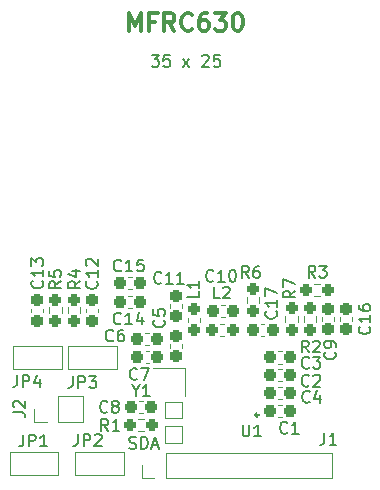
<source format=gto>
G04 #@! TF.GenerationSoftware,KiCad,Pcbnew,7.0.9*
G04 #@! TF.CreationDate,2024-04-03T14:25:17+02:00*
G04 #@! TF.ProjectId,NFC_Programmer,4e46435f-5072-46f6-9772-616d6d65722e,3.0*
G04 #@! TF.SameCoordinates,Original*
G04 #@! TF.FileFunction,Legend,Top*
G04 #@! TF.FilePolarity,Positive*
%FSLAX46Y46*%
G04 Gerber Fmt 4.6, Leading zero omitted, Abs format (unit mm)*
G04 Created by KiCad (PCBNEW 7.0.9) date 2024-04-03 14:25:17*
%MOMM*%
%LPD*%
G01*
G04 APERTURE LIST*
G04 Aperture macros list*
%AMRoundRect*
0 Rectangle with rounded corners*
0 $1 Rounding radius*
0 $2 $3 $4 $5 $6 $7 $8 $9 X,Y pos of 4 corners*
0 Add a 4 corners polygon primitive as box body*
4,1,4,$2,$3,$4,$5,$6,$7,$8,$9,$2,$3,0*
0 Add four circle primitives for the rounded corners*
1,1,$1+$1,$2,$3*
1,1,$1+$1,$4,$5*
1,1,$1+$1,$6,$7*
1,1,$1+$1,$8,$9*
0 Add four rect primitives between the rounded corners*
20,1,$1+$1,$2,$3,$4,$5,0*
20,1,$1+$1,$4,$5,$6,$7,0*
20,1,$1+$1,$6,$7,$8,$9,0*
20,1,$1+$1,$8,$9,$2,$3,0*%
G04 Aperture macros list end*
%ADD10C,0.153000*%
%ADD11C,0.300000*%
%ADD12C,0.120000*%
%ADD13C,0.250000*%
%ADD14RoundRect,0.237500X-0.237500X0.250000X-0.237500X-0.250000X0.237500X-0.250000X0.237500X0.250000X0*%
%ADD15RoundRect,0.237500X0.300000X0.237500X-0.300000X0.237500X-0.300000X-0.237500X0.300000X-0.237500X0*%
%ADD16RoundRect,0.237500X0.237500X-0.250000X0.237500X0.250000X-0.237500X0.250000X-0.237500X-0.250000X0*%
%ADD17R,1.000000X1.500000*%
%ADD18C,3.000000*%
%ADD19R,1.000000X1.000000*%
%ADD20R,1.350000X1.350000*%
%ADD21O,1.350000X1.350000*%
%ADD22RoundRect,0.237500X0.237500X-0.287500X0.237500X0.287500X-0.237500X0.287500X-0.237500X-0.287500X0*%
%ADD23R,0.900000X0.800000*%
%ADD24RoundRect,0.237500X0.237500X-0.300000X0.237500X0.300000X-0.237500X0.300000X-0.237500X-0.300000X0*%
%ADD25RoundRect,0.237500X-0.237500X0.300000X-0.237500X-0.300000X0.237500X-0.300000X0.237500X0.300000X0*%
%ADD26R,0.850000X0.300000*%
%ADD27R,0.300000X0.850000*%
%ADD28R,3.250000X3.250000*%
%ADD29RoundRect,0.237500X-0.300000X-0.237500X0.300000X-0.237500X0.300000X0.237500X-0.300000X0.237500X0*%
%ADD30RoundRect,0.237500X-0.250000X-0.237500X0.250000X-0.237500X0.250000X0.237500X-0.250000X0.237500X0*%
%ADD31RoundRect,0.237500X-0.287500X-0.237500X0.287500X-0.237500X0.287500X0.237500X-0.287500X0.237500X0*%
%ADD32RoundRect,0.237500X0.250000X0.237500X-0.250000X0.237500X-0.250000X-0.237500X0.250000X-0.237500X0*%
G04 APERTURE END LIST*
D10*
X137433514Y-73079663D02*
X138052561Y-73079663D01*
X138052561Y-73079663D02*
X137719228Y-73460615D01*
X137719228Y-73460615D02*
X137862085Y-73460615D01*
X137862085Y-73460615D02*
X137957323Y-73508234D01*
X137957323Y-73508234D02*
X138004942Y-73555853D01*
X138004942Y-73555853D02*
X138052561Y-73651091D01*
X138052561Y-73651091D02*
X138052561Y-73889186D01*
X138052561Y-73889186D02*
X138004942Y-73984424D01*
X138004942Y-73984424D02*
X137957323Y-74032044D01*
X137957323Y-74032044D02*
X137862085Y-74079663D01*
X137862085Y-74079663D02*
X137576371Y-74079663D01*
X137576371Y-74079663D02*
X137481133Y-74032044D01*
X137481133Y-74032044D02*
X137433514Y-73984424D01*
X138957323Y-73079663D02*
X138481133Y-73079663D01*
X138481133Y-73079663D02*
X138433514Y-73555853D01*
X138433514Y-73555853D02*
X138481133Y-73508234D01*
X138481133Y-73508234D02*
X138576371Y-73460615D01*
X138576371Y-73460615D02*
X138814466Y-73460615D01*
X138814466Y-73460615D02*
X138909704Y-73508234D01*
X138909704Y-73508234D02*
X138957323Y-73555853D01*
X138957323Y-73555853D02*
X139004942Y-73651091D01*
X139004942Y-73651091D02*
X139004942Y-73889186D01*
X139004942Y-73889186D02*
X138957323Y-73984424D01*
X138957323Y-73984424D02*
X138909704Y-74032044D01*
X138909704Y-74032044D02*
X138814466Y-74079663D01*
X138814466Y-74079663D02*
X138576371Y-74079663D01*
X138576371Y-74079663D02*
X138481133Y-74032044D01*
X138481133Y-74032044D02*
X138433514Y-73984424D01*
X140100181Y-74079663D02*
X140623990Y-73412996D01*
X140100181Y-73412996D02*
X140623990Y-74079663D01*
X141719229Y-73174901D02*
X141766848Y-73127282D01*
X141766848Y-73127282D02*
X141862086Y-73079663D01*
X141862086Y-73079663D02*
X142100181Y-73079663D01*
X142100181Y-73079663D02*
X142195419Y-73127282D01*
X142195419Y-73127282D02*
X142243038Y-73174901D01*
X142243038Y-73174901D02*
X142290657Y-73270139D01*
X142290657Y-73270139D02*
X142290657Y-73365377D01*
X142290657Y-73365377D02*
X142243038Y-73508234D01*
X142243038Y-73508234D02*
X141671610Y-74079663D01*
X141671610Y-74079663D02*
X142290657Y-74079663D01*
X143195419Y-73079663D02*
X142719229Y-73079663D01*
X142719229Y-73079663D02*
X142671610Y-73555853D01*
X142671610Y-73555853D02*
X142719229Y-73508234D01*
X142719229Y-73508234D02*
X142814467Y-73460615D01*
X142814467Y-73460615D02*
X143052562Y-73460615D01*
X143052562Y-73460615D02*
X143147800Y-73508234D01*
X143147800Y-73508234D02*
X143195419Y-73555853D01*
X143195419Y-73555853D02*
X143243038Y-73651091D01*
X143243038Y-73651091D02*
X143243038Y-73889186D01*
X143243038Y-73889186D02*
X143195419Y-73984424D01*
X143195419Y-73984424D02*
X143147800Y-74032044D01*
X143147800Y-74032044D02*
X143052562Y-74079663D01*
X143052562Y-74079663D02*
X142814467Y-74079663D01*
X142814467Y-74079663D02*
X142719229Y-74032044D01*
X142719229Y-74032044D02*
X142671610Y-73984424D01*
D11*
X135504510Y-71040828D02*
X135504510Y-69540828D01*
X135504510Y-69540828D02*
X136004510Y-70612257D01*
X136004510Y-70612257D02*
X136504510Y-69540828D01*
X136504510Y-69540828D02*
X136504510Y-71040828D01*
X137718796Y-70255114D02*
X137218796Y-70255114D01*
X137218796Y-71040828D02*
X137218796Y-69540828D01*
X137218796Y-69540828D02*
X137933082Y-69540828D01*
X139361653Y-71040828D02*
X138861653Y-70326542D01*
X138504510Y-71040828D02*
X138504510Y-69540828D01*
X138504510Y-69540828D02*
X139075939Y-69540828D01*
X139075939Y-69540828D02*
X139218796Y-69612257D01*
X139218796Y-69612257D02*
X139290225Y-69683685D01*
X139290225Y-69683685D02*
X139361653Y-69826542D01*
X139361653Y-69826542D02*
X139361653Y-70040828D01*
X139361653Y-70040828D02*
X139290225Y-70183685D01*
X139290225Y-70183685D02*
X139218796Y-70255114D01*
X139218796Y-70255114D02*
X139075939Y-70326542D01*
X139075939Y-70326542D02*
X138504510Y-70326542D01*
X140861653Y-70897971D02*
X140790225Y-70969400D01*
X140790225Y-70969400D02*
X140575939Y-71040828D01*
X140575939Y-71040828D02*
X140433082Y-71040828D01*
X140433082Y-71040828D02*
X140218796Y-70969400D01*
X140218796Y-70969400D02*
X140075939Y-70826542D01*
X140075939Y-70826542D02*
X140004510Y-70683685D01*
X140004510Y-70683685D02*
X139933082Y-70397971D01*
X139933082Y-70397971D02*
X139933082Y-70183685D01*
X139933082Y-70183685D02*
X140004510Y-69897971D01*
X140004510Y-69897971D02*
X140075939Y-69755114D01*
X140075939Y-69755114D02*
X140218796Y-69612257D01*
X140218796Y-69612257D02*
X140433082Y-69540828D01*
X140433082Y-69540828D02*
X140575939Y-69540828D01*
X140575939Y-69540828D02*
X140790225Y-69612257D01*
X140790225Y-69612257D02*
X140861653Y-69683685D01*
X142147368Y-69540828D02*
X141861653Y-69540828D01*
X141861653Y-69540828D02*
X141718796Y-69612257D01*
X141718796Y-69612257D02*
X141647368Y-69683685D01*
X141647368Y-69683685D02*
X141504510Y-69897971D01*
X141504510Y-69897971D02*
X141433082Y-70183685D01*
X141433082Y-70183685D02*
X141433082Y-70755114D01*
X141433082Y-70755114D02*
X141504510Y-70897971D01*
X141504510Y-70897971D02*
X141575939Y-70969400D01*
X141575939Y-70969400D02*
X141718796Y-71040828D01*
X141718796Y-71040828D02*
X142004510Y-71040828D01*
X142004510Y-71040828D02*
X142147368Y-70969400D01*
X142147368Y-70969400D02*
X142218796Y-70897971D01*
X142218796Y-70897971D02*
X142290225Y-70755114D01*
X142290225Y-70755114D02*
X142290225Y-70397971D01*
X142290225Y-70397971D02*
X142218796Y-70255114D01*
X142218796Y-70255114D02*
X142147368Y-70183685D01*
X142147368Y-70183685D02*
X142004510Y-70112257D01*
X142004510Y-70112257D02*
X141718796Y-70112257D01*
X141718796Y-70112257D02*
X141575939Y-70183685D01*
X141575939Y-70183685D02*
X141504510Y-70255114D01*
X141504510Y-70255114D02*
X141433082Y-70397971D01*
X142790224Y-69540828D02*
X143718796Y-69540828D01*
X143718796Y-69540828D02*
X143218796Y-70112257D01*
X143218796Y-70112257D02*
X143433081Y-70112257D01*
X143433081Y-70112257D02*
X143575939Y-70183685D01*
X143575939Y-70183685D02*
X143647367Y-70255114D01*
X143647367Y-70255114D02*
X143718796Y-70397971D01*
X143718796Y-70397971D02*
X143718796Y-70755114D01*
X143718796Y-70755114D02*
X143647367Y-70897971D01*
X143647367Y-70897971D02*
X143575939Y-70969400D01*
X143575939Y-70969400D02*
X143433081Y-71040828D01*
X143433081Y-71040828D02*
X143004510Y-71040828D01*
X143004510Y-71040828D02*
X142861653Y-70969400D01*
X142861653Y-70969400D02*
X142790224Y-70897971D01*
X144647367Y-69540828D02*
X144790224Y-69540828D01*
X144790224Y-69540828D02*
X144933081Y-69612257D01*
X144933081Y-69612257D02*
X145004510Y-69683685D01*
X145004510Y-69683685D02*
X145075938Y-69826542D01*
X145075938Y-69826542D02*
X145147367Y-70112257D01*
X145147367Y-70112257D02*
X145147367Y-70469400D01*
X145147367Y-70469400D02*
X145075938Y-70755114D01*
X145075938Y-70755114D02*
X145004510Y-70897971D01*
X145004510Y-70897971D02*
X144933081Y-70969400D01*
X144933081Y-70969400D02*
X144790224Y-71040828D01*
X144790224Y-71040828D02*
X144647367Y-71040828D01*
X144647367Y-71040828D02*
X144504510Y-70969400D01*
X144504510Y-70969400D02*
X144433081Y-70897971D01*
X144433081Y-70897971D02*
X144361652Y-70755114D01*
X144361652Y-70755114D02*
X144290224Y-70469400D01*
X144290224Y-70469400D02*
X144290224Y-70112257D01*
X144290224Y-70112257D02*
X144361652Y-69826542D01*
X144361652Y-69826542D02*
X144433081Y-69683685D01*
X144433081Y-69683685D02*
X144504510Y-69612257D01*
X144504510Y-69612257D02*
X144647367Y-69540828D01*
D10*
X150728333Y-98264663D02*
X150395000Y-97788472D01*
X150156905Y-98264663D02*
X150156905Y-97264663D01*
X150156905Y-97264663D02*
X150537857Y-97264663D01*
X150537857Y-97264663D02*
X150633095Y-97312282D01*
X150633095Y-97312282D02*
X150680714Y-97359901D01*
X150680714Y-97359901D02*
X150728333Y-97455139D01*
X150728333Y-97455139D02*
X150728333Y-97597996D01*
X150728333Y-97597996D02*
X150680714Y-97693234D01*
X150680714Y-97693234D02*
X150633095Y-97740853D01*
X150633095Y-97740853D02*
X150537857Y-97788472D01*
X150537857Y-97788472D02*
X150156905Y-97788472D01*
X151109286Y-97359901D02*
X151156905Y-97312282D01*
X151156905Y-97312282D02*
X151252143Y-97264663D01*
X151252143Y-97264663D02*
X151490238Y-97264663D01*
X151490238Y-97264663D02*
X151585476Y-97312282D01*
X151585476Y-97312282D02*
X151633095Y-97359901D01*
X151633095Y-97359901D02*
X151680714Y-97455139D01*
X151680714Y-97455139D02*
X151680714Y-97550377D01*
X151680714Y-97550377D02*
X151633095Y-97693234D01*
X151633095Y-97693234D02*
X151061667Y-98264663D01*
X151061667Y-98264663D02*
X151680714Y-98264663D01*
X147963674Y-94782857D02*
X148011294Y-94830476D01*
X148011294Y-94830476D02*
X148058913Y-94973333D01*
X148058913Y-94973333D02*
X148058913Y-95068571D01*
X148058913Y-95068571D02*
X148011294Y-95211428D01*
X148011294Y-95211428D02*
X147916055Y-95306666D01*
X147916055Y-95306666D02*
X147820817Y-95354285D01*
X147820817Y-95354285D02*
X147630341Y-95401904D01*
X147630341Y-95401904D02*
X147487484Y-95401904D01*
X147487484Y-95401904D02*
X147297008Y-95354285D01*
X147297008Y-95354285D02*
X147201770Y-95306666D01*
X147201770Y-95306666D02*
X147106532Y-95211428D01*
X147106532Y-95211428D02*
X147058913Y-95068571D01*
X147058913Y-95068571D02*
X147058913Y-94973333D01*
X147058913Y-94973333D02*
X147106532Y-94830476D01*
X147106532Y-94830476D02*
X147154151Y-94782857D01*
X148058913Y-93830476D02*
X148058913Y-94401904D01*
X148058913Y-94116190D02*
X147058913Y-94116190D01*
X147058913Y-94116190D02*
X147201770Y-94211428D01*
X147201770Y-94211428D02*
X147297008Y-94306666D01*
X147297008Y-94306666D02*
X147344627Y-94401904D01*
X147058913Y-93497142D02*
X147058913Y-92830476D01*
X147058913Y-92830476D02*
X148058913Y-93259047D01*
X145657583Y-91974663D02*
X145324250Y-91498472D01*
X145086155Y-91974663D02*
X145086155Y-90974663D01*
X145086155Y-90974663D02*
X145467107Y-90974663D01*
X145467107Y-90974663D02*
X145562345Y-91022282D01*
X145562345Y-91022282D02*
X145609964Y-91069901D01*
X145609964Y-91069901D02*
X145657583Y-91165139D01*
X145657583Y-91165139D02*
X145657583Y-91307996D01*
X145657583Y-91307996D02*
X145609964Y-91403234D01*
X145609964Y-91403234D02*
X145562345Y-91450853D01*
X145562345Y-91450853D02*
X145467107Y-91498472D01*
X145467107Y-91498472D02*
X145086155Y-91498472D01*
X146514726Y-90974663D02*
X146324250Y-90974663D01*
X146324250Y-90974663D02*
X146229012Y-91022282D01*
X146229012Y-91022282D02*
X146181393Y-91069901D01*
X146181393Y-91069901D02*
X146086155Y-91212758D01*
X146086155Y-91212758D02*
X146038536Y-91403234D01*
X146038536Y-91403234D02*
X146038536Y-91784186D01*
X146038536Y-91784186D02*
X146086155Y-91879424D01*
X146086155Y-91879424D02*
X146133774Y-91927044D01*
X146133774Y-91927044D02*
X146229012Y-91974663D01*
X146229012Y-91974663D02*
X146419488Y-91974663D01*
X146419488Y-91974663D02*
X146514726Y-91927044D01*
X146514726Y-91927044D02*
X146562345Y-91879424D01*
X146562345Y-91879424D02*
X146609964Y-91784186D01*
X146609964Y-91784186D02*
X146609964Y-91546091D01*
X146609964Y-91546091D02*
X146562345Y-91450853D01*
X146562345Y-91450853D02*
X146514726Y-91403234D01*
X146514726Y-91403234D02*
X146419488Y-91355615D01*
X146419488Y-91355615D02*
X146229012Y-91355615D01*
X146229012Y-91355615D02*
X146133774Y-91403234D01*
X146133774Y-91403234D02*
X146086155Y-91450853D01*
X146086155Y-91450853D02*
X146038536Y-91546091D01*
X130751666Y-100284663D02*
X130751666Y-100998948D01*
X130751666Y-100998948D02*
X130704047Y-101141805D01*
X130704047Y-101141805D02*
X130608809Y-101237044D01*
X130608809Y-101237044D02*
X130465952Y-101284663D01*
X130465952Y-101284663D02*
X130370714Y-101284663D01*
X131227857Y-101284663D02*
X131227857Y-100284663D01*
X131227857Y-100284663D02*
X131608809Y-100284663D01*
X131608809Y-100284663D02*
X131704047Y-100332282D01*
X131704047Y-100332282D02*
X131751666Y-100379901D01*
X131751666Y-100379901D02*
X131799285Y-100475139D01*
X131799285Y-100475139D02*
X131799285Y-100617996D01*
X131799285Y-100617996D02*
X131751666Y-100713234D01*
X131751666Y-100713234D02*
X131704047Y-100760853D01*
X131704047Y-100760853D02*
X131608809Y-100808472D01*
X131608809Y-100808472D02*
X131227857Y-100808472D01*
X132132619Y-100284663D02*
X132751666Y-100284663D01*
X132751666Y-100284663D02*
X132418333Y-100665615D01*
X132418333Y-100665615D02*
X132561190Y-100665615D01*
X132561190Y-100665615D02*
X132656428Y-100713234D01*
X132656428Y-100713234D02*
X132704047Y-100760853D01*
X132704047Y-100760853D02*
X132751666Y-100856091D01*
X132751666Y-100856091D02*
X132751666Y-101094186D01*
X132751666Y-101094186D02*
X132704047Y-101189424D01*
X132704047Y-101189424D02*
X132656428Y-101237044D01*
X132656428Y-101237044D02*
X132561190Y-101284663D01*
X132561190Y-101284663D02*
X132275476Y-101284663D01*
X132275476Y-101284663D02*
X132180238Y-101237044D01*
X132180238Y-101237044D02*
X132132619Y-101189424D01*
X135545714Y-106377044D02*
X135688571Y-106424663D01*
X135688571Y-106424663D02*
X135926666Y-106424663D01*
X135926666Y-106424663D02*
X136021904Y-106377044D01*
X136021904Y-106377044D02*
X136069523Y-106329424D01*
X136069523Y-106329424D02*
X136117142Y-106234186D01*
X136117142Y-106234186D02*
X136117142Y-106138948D01*
X136117142Y-106138948D02*
X136069523Y-106043710D01*
X136069523Y-106043710D02*
X136021904Y-105996091D01*
X136021904Y-105996091D02*
X135926666Y-105948472D01*
X135926666Y-105948472D02*
X135736190Y-105900853D01*
X135736190Y-105900853D02*
X135640952Y-105853234D01*
X135640952Y-105853234D02*
X135593333Y-105805615D01*
X135593333Y-105805615D02*
X135545714Y-105710377D01*
X135545714Y-105710377D02*
X135545714Y-105615139D01*
X135545714Y-105615139D02*
X135593333Y-105519901D01*
X135593333Y-105519901D02*
X135640952Y-105472282D01*
X135640952Y-105472282D02*
X135736190Y-105424663D01*
X135736190Y-105424663D02*
X135974285Y-105424663D01*
X135974285Y-105424663D02*
X136117142Y-105472282D01*
X136545714Y-106424663D02*
X136545714Y-105424663D01*
X136545714Y-105424663D02*
X136783809Y-105424663D01*
X136783809Y-105424663D02*
X136926666Y-105472282D01*
X136926666Y-105472282D02*
X137021904Y-105567520D01*
X137021904Y-105567520D02*
X137069523Y-105662758D01*
X137069523Y-105662758D02*
X137117142Y-105853234D01*
X137117142Y-105853234D02*
X137117142Y-105996091D01*
X137117142Y-105996091D02*
X137069523Y-106186567D01*
X137069523Y-106186567D02*
X137021904Y-106281805D01*
X137021904Y-106281805D02*
X136926666Y-106377044D01*
X136926666Y-106377044D02*
X136783809Y-106424663D01*
X136783809Y-106424663D02*
X136545714Y-106424663D01*
X137498095Y-106138948D02*
X137974285Y-106138948D01*
X137402857Y-106424663D02*
X137736190Y-105424663D01*
X137736190Y-105424663D02*
X138069523Y-106424663D01*
X134173333Y-97239424D02*
X134125714Y-97287044D01*
X134125714Y-97287044D02*
X133982857Y-97334663D01*
X133982857Y-97334663D02*
X133887619Y-97334663D01*
X133887619Y-97334663D02*
X133744762Y-97287044D01*
X133744762Y-97287044D02*
X133649524Y-97191805D01*
X133649524Y-97191805D02*
X133601905Y-97096567D01*
X133601905Y-97096567D02*
X133554286Y-96906091D01*
X133554286Y-96906091D02*
X133554286Y-96763234D01*
X133554286Y-96763234D02*
X133601905Y-96572758D01*
X133601905Y-96572758D02*
X133649524Y-96477520D01*
X133649524Y-96477520D02*
X133744762Y-96382282D01*
X133744762Y-96382282D02*
X133887619Y-96334663D01*
X133887619Y-96334663D02*
X133982857Y-96334663D01*
X133982857Y-96334663D02*
X134125714Y-96382282D01*
X134125714Y-96382282D02*
X134173333Y-96429901D01*
X135030476Y-96334663D02*
X134840000Y-96334663D01*
X134840000Y-96334663D02*
X134744762Y-96382282D01*
X134744762Y-96382282D02*
X134697143Y-96429901D01*
X134697143Y-96429901D02*
X134601905Y-96572758D01*
X134601905Y-96572758D02*
X134554286Y-96763234D01*
X134554286Y-96763234D02*
X134554286Y-97144186D01*
X134554286Y-97144186D02*
X134601905Y-97239424D01*
X134601905Y-97239424D02*
X134649524Y-97287044D01*
X134649524Y-97287044D02*
X134744762Y-97334663D01*
X134744762Y-97334663D02*
X134935238Y-97334663D01*
X134935238Y-97334663D02*
X135030476Y-97287044D01*
X135030476Y-97287044D02*
X135078095Y-97239424D01*
X135078095Y-97239424D02*
X135125714Y-97144186D01*
X135125714Y-97144186D02*
X135125714Y-96906091D01*
X135125714Y-96906091D02*
X135078095Y-96810853D01*
X135078095Y-96810853D02*
X135030476Y-96763234D01*
X135030476Y-96763234D02*
X134935238Y-96715615D01*
X134935238Y-96715615D02*
X134744762Y-96715615D01*
X134744762Y-96715615D02*
X134649524Y-96763234D01*
X134649524Y-96763234D02*
X134601905Y-96810853D01*
X134601905Y-96810853D02*
X134554286Y-96906091D01*
X125714663Y-103353333D02*
X126428948Y-103353333D01*
X126428948Y-103353333D02*
X126571805Y-103400952D01*
X126571805Y-103400952D02*
X126667044Y-103496190D01*
X126667044Y-103496190D02*
X126714663Y-103639047D01*
X126714663Y-103639047D02*
X126714663Y-103734285D01*
X125809901Y-102924761D02*
X125762282Y-102877142D01*
X125762282Y-102877142D02*
X125714663Y-102781904D01*
X125714663Y-102781904D02*
X125714663Y-102543809D01*
X125714663Y-102543809D02*
X125762282Y-102448571D01*
X125762282Y-102448571D02*
X125809901Y-102400952D01*
X125809901Y-102400952D02*
X125905139Y-102353333D01*
X125905139Y-102353333D02*
X126000377Y-102353333D01*
X126000377Y-102353333D02*
X126143234Y-102400952D01*
X126143234Y-102400952D02*
X126714663Y-102972380D01*
X126714663Y-102972380D02*
X126714663Y-102353333D01*
X141448913Y-93101666D02*
X141448913Y-93577856D01*
X141448913Y-93577856D02*
X140448913Y-93577856D01*
X141448913Y-92244523D02*
X141448913Y-92815951D01*
X141448913Y-92530237D02*
X140448913Y-92530237D01*
X140448913Y-92530237D02*
X140591770Y-92625475D01*
X140591770Y-92625475D02*
X140687008Y-92720713D01*
X140687008Y-92720713D02*
X140734627Y-92815951D01*
X134827142Y-95809424D02*
X134779523Y-95857044D01*
X134779523Y-95857044D02*
X134636666Y-95904663D01*
X134636666Y-95904663D02*
X134541428Y-95904663D01*
X134541428Y-95904663D02*
X134398571Y-95857044D01*
X134398571Y-95857044D02*
X134303333Y-95761805D01*
X134303333Y-95761805D02*
X134255714Y-95666567D01*
X134255714Y-95666567D02*
X134208095Y-95476091D01*
X134208095Y-95476091D02*
X134208095Y-95333234D01*
X134208095Y-95333234D02*
X134255714Y-95142758D01*
X134255714Y-95142758D02*
X134303333Y-95047520D01*
X134303333Y-95047520D02*
X134398571Y-94952282D01*
X134398571Y-94952282D02*
X134541428Y-94904663D01*
X134541428Y-94904663D02*
X134636666Y-94904663D01*
X134636666Y-94904663D02*
X134779523Y-94952282D01*
X134779523Y-94952282D02*
X134827142Y-94999901D01*
X135779523Y-95904663D02*
X135208095Y-95904663D01*
X135493809Y-95904663D02*
X135493809Y-94904663D01*
X135493809Y-94904663D02*
X135398571Y-95047520D01*
X135398571Y-95047520D02*
X135303333Y-95142758D01*
X135303333Y-95142758D02*
X135208095Y-95190377D01*
X136636666Y-95237996D02*
X136636666Y-95904663D01*
X136398571Y-94857044D02*
X136160476Y-95571329D01*
X136160476Y-95571329D02*
X136779523Y-95571329D01*
X136085559Y-101498472D02*
X136085559Y-101974663D01*
X135752226Y-100974663D02*
X136085559Y-101498472D01*
X136085559Y-101498472D02*
X136418892Y-100974663D01*
X137276035Y-101974663D02*
X136704607Y-101974663D01*
X136990321Y-101974663D02*
X136990321Y-100974663D01*
X136990321Y-100974663D02*
X136895083Y-101117520D01*
X136895083Y-101117520D02*
X136799845Y-101212758D01*
X136799845Y-101212758D02*
X136704607Y-101260377D01*
X138454424Y-95536666D02*
X138502044Y-95584285D01*
X138502044Y-95584285D02*
X138549663Y-95727142D01*
X138549663Y-95727142D02*
X138549663Y-95822380D01*
X138549663Y-95822380D02*
X138502044Y-95965237D01*
X138502044Y-95965237D02*
X138406805Y-96060475D01*
X138406805Y-96060475D02*
X138311567Y-96108094D01*
X138311567Y-96108094D02*
X138121091Y-96155713D01*
X138121091Y-96155713D02*
X137978234Y-96155713D01*
X137978234Y-96155713D02*
X137787758Y-96108094D01*
X137787758Y-96108094D02*
X137692520Y-96060475D01*
X137692520Y-96060475D02*
X137597282Y-95965237D01*
X137597282Y-95965237D02*
X137549663Y-95822380D01*
X137549663Y-95822380D02*
X137549663Y-95727142D01*
X137549663Y-95727142D02*
X137597282Y-95584285D01*
X137597282Y-95584285D02*
X137644901Y-95536666D01*
X137549663Y-94631904D02*
X137549663Y-95108094D01*
X137549663Y-95108094D02*
X138025853Y-95155713D01*
X138025853Y-95155713D02*
X137978234Y-95108094D01*
X137978234Y-95108094D02*
X137930615Y-95012856D01*
X137930615Y-95012856D02*
X137930615Y-94774761D01*
X137930615Y-94774761D02*
X137978234Y-94679523D01*
X137978234Y-94679523D02*
X138025853Y-94631904D01*
X138025853Y-94631904D02*
X138121091Y-94584285D01*
X138121091Y-94584285D02*
X138359186Y-94584285D01*
X138359186Y-94584285D02*
X138454424Y-94631904D01*
X138454424Y-94631904D02*
X138502044Y-94679523D01*
X138502044Y-94679523D02*
X138549663Y-94774761D01*
X138549663Y-94774761D02*
X138549663Y-95012856D01*
X138549663Y-95012856D02*
X138502044Y-95108094D01*
X138502044Y-95108094D02*
X138454424Y-95155713D01*
X138251392Y-92359424D02*
X138203773Y-92407044D01*
X138203773Y-92407044D02*
X138060916Y-92454663D01*
X138060916Y-92454663D02*
X137965678Y-92454663D01*
X137965678Y-92454663D02*
X137822821Y-92407044D01*
X137822821Y-92407044D02*
X137727583Y-92311805D01*
X137727583Y-92311805D02*
X137679964Y-92216567D01*
X137679964Y-92216567D02*
X137632345Y-92026091D01*
X137632345Y-92026091D02*
X137632345Y-91883234D01*
X137632345Y-91883234D02*
X137679964Y-91692758D01*
X137679964Y-91692758D02*
X137727583Y-91597520D01*
X137727583Y-91597520D02*
X137822821Y-91502282D01*
X137822821Y-91502282D02*
X137965678Y-91454663D01*
X137965678Y-91454663D02*
X138060916Y-91454663D01*
X138060916Y-91454663D02*
X138203773Y-91502282D01*
X138203773Y-91502282D02*
X138251392Y-91549901D01*
X139203773Y-92454663D02*
X138632345Y-92454663D01*
X138918059Y-92454663D02*
X138918059Y-91454663D01*
X138918059Y-91454663D02*
X138822821Y-91597520D01*
X138822821Y-91597520D02*
X138727583Y-91692758D01*
X138727583Y-91692758D02*
X138632345Y-91740377D01*
X140156154Y-92454663D02*
X139584726Y-92454663D01*
X139870440Y-92454663D02*
X139870440Y-91454663D01*
X139870440Y-91454663D02*
X139775202Y-91597520D01*
X139775202Y-91597520D02*
X139679964Y-91692758D01*
X139679964Y-91692758D02*
X139584726Y-91740377D01*
X145128095Y-104384663D02*
X145128095Y-105194186D01*
X145128095Y-105194186D02*
X145175714Y-105289424D01*
X145175714Y-105289424D02*
X145223333Y-105337044D01*
X145223333Y-105337044D02*
X145318571Y-105384663D01*
X145318571Y-105384663D02*
X145509047Y-105384663D01*
X145509047Y-105384663D02*
X145604285Y-105337044D01*
X145604285Y-105337044D02*
X145651904Y-105289424D01*
X145651904Y-105289424D02*
X145699523Y-105194186D01*
X145699523Y-105194186D02*
X145699523Y-104384663D01*
X146699523Y-105384663D02*
X146128095Y-105384663D01*
X146413809Y-105384663D02*
X146413809Y-104384663D01*
X146413809Y-104384663D02*
X146318571Y-104527520D01*
X146318571Y-104527520D02*
X146223333Y-104622758D01*
X146223333Y-104622758D02*
X146128095Y-104670377D01*
X152066666Y-105074663D02*
X152066666Y-105788948D01*
X152066666Y-105788948D02*
X152019047Y-105931805D01*
X152019047Y-105931805D02*
X151923809Y-106027044D01*
X151923809Y-106027044D02*
X151780952Y-106074663D01*
X151780952Y-106074663D02*
X151685714Y-106074663D01*
X153066666Y-106074663D02*
X152495238Y-106074663D01*
X152780952Y-106074663D02*
X152780952Y-105074663D01*
X152780952Y-105074663D02*
X152685714Y-105217520D01*
X152685714Y-105217520D02*
X152590476Y-105312758D01*
X152590476Y-105312758D02*
X152495238Y-105360377D01*
X131389663Y-92229166D02*
X130913472Y-92562499D01*
X131389663Y-92800594D02*
X130389663Y-92800594D01*
X130389663Y-92800594D02*
X130389663Y-92419642D01*
X130389663Y-92419642D02*
X130437282Y-92324404D01*
X130437282Y-92324404D02*
X130484901Y-92276785D01*
X130484901Y-92276785D02*
X130580139Y-92229166D01*
X130580139Y-92229166D02*
X130722996Y-92229166D01*
X130722996Y-92229166D02*
X130818234Y-92276785D01*
X130818234Y-92276785D02*
X130865853Y-92324404D01*
X130865853Y-92324404D02*
X130913472Y-92419642D01*
X130913472Y-92419642D02*
X130913472Y-92800594D01*
X130722996Y-91372023D02*
X131389663Y-91372023D01*
X130342044Y-91610118D02*
X131056329Y-91848213D01*
X131056329Y-91848213D02*
X131056329Y-91229166D01*
X152944424Y-98246666D02*
X152992044Y-98294285D01*
X152992044Y-98294285D02*
X153039663Y-98437142D01*
X153039663Y-98437142D02*
X153039663Y-98532380D01*
X153039663Y-98532380D02*
X152992044Y-98675237D01*
X152992044Y-98675237D02*
X152896805Y-98770475D01*
X152896805Y-98770475D02*
X152801567Y-98818094D01*
X152801567Y-98818094D02*
X152611091Y-98865713D01*
X152611091Y-98865713D02*
X152468234Y-98865713D01*
X152468234Y-98865713D02*
X152277758Y-98818094D01*
X152277758Y-98818094D02*
X152182520Y-98770475D01*
X152182520Y-98770475D02*
X152087282Y-98675237D01*
X152087282Y-98675237D02*
X152039663Y-98532380D01*
X152039663Y-98532380D02*
X152039663Y-98437142D01*
X152039663Y-98437142D02*
X152087282Y-98294285D01*
X152087282Y-98294285D02*
X152134901Y-98246666D01*
X153039663Y-97770475D02*
X153039663Y-97579999D01*
X153039663Y-97579999D02*
X152992044Y-97484761D01*
X152992044Y-97484761D02*
X152944424Y-97437142D01*
X152944424Y-97437142D02*
X152801567Y-97341904D01*
X152801567Y-97341904D02*
X152611091Y-97294285D01*
X152611091Y-97294285D02*
X152230139Y-97294285D01*
X152230139Y-97294285D02*
X152134901Y-97341904D01*
X152134901Y-97341904D02*
X152087282Y-97389523D01*
X152087282Y-97389523D02*
X152039663Y-97484761D01*
X152039663Y-97484761D02*
X152039663Y-97675237D01*
X152039663Y-97675237D02*
X152087282Y-97770475D01*
X152087282Y-97770475D02*
X152134901Y-97818094D01*
X152134901Y-97818094D02*
X152230139Y-97865713D01*
X152230139Y-97865713D02*
X152468234Y-97865713D01*
X152468234Y-97865713D02*
X152563472Y-97818094D01*
X152563472Y-97818094D02*
X152611091Y-97770475D01*
X152611091Y-97770475D02*
X152658710Y-97675237D01*
X152658710Y-97675237D02*
X152658710Y-97484761D01*
X152658710Y-97484761D02*
X152611091Y-97389523D01*
X152611091Y-97389523D02*
X152563472Y-97341904D01*
X152563472Y-97341904D02*
X152468234Y-97294285D01*
X134857142Y-91319424D02*
X134809523Y-91367044D01*
X134809523Y-91367044D02*
X134666666Y-91414663D01*
X134666666Y-91414663D02*
X134571428Y-91414663D01*
X134571428Y-91414663D02*
X134428571Y-91367044D01*
X134428571Y-91367044D02*
X134333333Y-91271805D01*
X134333333Y-91271805D02*
X134285714Y-91176567D01*
X134285714Y-91176567D02*
X134238095Y-90986091D01*
X134238095Y-90986091D02*
X134238095Y-90843234D01*
X134238095Y-90843234D02*
X134285714Y-90652758D01*
X134285714Y-90652758D02*
X134333333Y-90557520D01*
X134333333Y-90557520D02*
X134428571Y-90462282D01*
X134428571Y-90462282D02*
X134571428Y-90414663D01*
X134571428Y-90414663D02*
X134666666Y-90414663D01*
X134666666Y-90414663D02*
X134809523Y-90462282D01*
X134809523Y-90462282D02*
X134857142Y-90509901D01*
X135809523Y-91414663D02*
X135238095Y-91414663D01*
X135523809Y-91414663D02*
X135523809Y-90414663D01*
X135523809Y-90414663D02*
X135428571Y-90557520D01*
X135428571Y-90557520D02*
X135333333Y-90652758D01*
X135333333Y-90652758D02*
X135238095Y-90700377D01*
X136714285Y-90414663D02*
X136238095Y-90414663D01*
X136238095Y-90414663D02*
X136190476Y-90890853D01*
X136190476Y-90890853D02*
X136238095Y-90843234D01*
X136238095Y-90843234D02*
X136333333Y-90795615D01*
X136333333Y-90795615D02*
X136571428Y-90795615D01*
X136571428Y-90795615D02*
X136666666Y-90843234D01*
X136666666Y-90843234D02*
X136714285Y-90890853D01*
X136714285Y-90890853D02*
X136761904Y-90986091D01*
X136761904Y-90986091D02*
X136761904Y-91224186D01*
X136761904Y-91224186D02*
X136714285Y-91319424D01*
X136714285Y-91319424D02*
X136666666Y-91367044D01*
X136666666Y-91367044D02*
X136571428Y-91414663D01*
X136571428Y-91414663D02*
X136333333Y-91414663D01*
X136333333Y-91414663D02*
X136238095Y-91367044D01*
X136238095Y-91367044D02*
X136190476Y-91319424D01*
X150773333Y-99539424D02*
X150725714Y-99587044D01*
X150725714Y-99587044D02*
X150582857Y-99634663D01*
X150582857Y-99634663D02*
X150487619Y-99634663D01*
X150487619Y-99634663D02*
X150344762Y-99587044D01*
X150344762Y-99587044D02*
X150249524Y-99491805D01*
X150249524Y-99491805D02*
X150201905Y-99396567D01*
X150201905Y-99396567D02*
X150154286Y-99206091D01*
X150154286Y-99206091D02*
X150154286Y-99063234D01*
X150154286Y-99063234D02*
X150201905Y-98872758D01*
X150201905Y-98872758D02*
X150249524Y-98777520D01*
X150249524Y-98777520D02*
X150344762Y-98682282D01*
X150344762Y-98682282D02*
X150487619Y-98634663D01*
X150487619Y-98634663D02*
X150582857Y-98634663D01*
X150582857Y-98634663D02*
X150725714Y-98682282D01*
X150725714Y-98682282D02*
X150773333Y-98729901D01*
X151106667Y-98634663D02*
X151725714Y-98634663D01*
X151725714Y-98634663D02*
X151392381Y-99015615D01*
X151392381Y-99015615D02*
X151535238Y-99015615D01*
X151535238Y-99015615D02*
X151630476Y-99063234D01*
X151630476Y-99063234D02*
X151678095Y-99110853D01*
X151678095Y-99110853D02*
X151725714Y-99206091D01*
X151725714Y-99206091D02*
X151725714Y-99444186D01*
X151725714Y-99444186D02*
X151678095Y-99539424D01*
X151678095Y-99539424D02*
X151630476Y-99587044D01*
X151630476Y-99587044D02*
X151535238Y-99634663D01*
X151535238Y-99634663D02*
X151249524Y-99634663D01*
X151249524Y-99634663D02*
X151154286Y-99587044D01*
X151154286Y-99587044D02*
X151106667Y-99539424D01*
X150753333Y-101069424D02*
X150705714Y-101117044D01*
X150705714Y-101117044D02*
X150562857Y-101164663D01*
X150562857Y-101164663D02*
X150467619Y-101164663D01*
X150467619Y-101164663D02*
X150324762Y-101117044D01*
X150324762Y-101117044D02*
X150229524Y-101021805D01*
X150229524Y-101021805D02*
X150181905Y-100926567D01*
X150181905Y-100926567D02*
X150134286Y-100736091D01*
X150134286Y-100736091D02*
X150134286Y-100593234D01*
X150134286Y-100593234D02*
X150181905Y-100402758D01*
X150181905Y-100402758D02*
X150229524Y-100307520D01*
X150229524Y-100307520D02*
X150324762Y-100212282D01*
X150324762Y-100212282D02*
X150467619Y-100164663D01*
X150467619Y-100164663D02*
X150562857Y-100164663D01*
X150562857Y-100164663D02*
X150705714Y-100212282D01*
X150705714Y-100212282D02*
X150753333Y-100259901D01*
X151134286Y-100259901D02*
X151181905Y-100212282D01*
X151181905Y-100212282D02*
X151277143Y-100164663D01*
X151277143Y-100164663D02*
X151515238Y-100164663D01*
X151515238Y-100164663D02*
X151610476Y-100212282D01*
X151610476Y-100212282D02*
X151658095Y-100259901D01*
X151658095Y-100259901D02*
X151705714Y-100355139D01*
X151705714Y-100355139D02*
X151705714Y-100450377D01*
X151705714Y-100450377D02*
X151658095Y-100593234D01*
X151658095Y-100593234D02*
X151086667Y-101164663D01*
X151086667Y-101164663D02*
X151705714Y-101164663D01*
X149589663Y-93036666D02*
X149113472Y-93369999D01*
X149589663Y-93608094D02*
X148589663Y-93608094D01*
X148589663Y-93608094D02*
X148589663Y-93227142D01*
X148589663Y-93227142D02*
X148637282Y-93131904D01*
X148637282Y-93131904D02*
X148684901Y-93084285D01*
X148684901Y-93084285D02*
X148780139Y-93036666D01*
X148780139Y-93036666D02*
X148922996Y-93036666D01*
X148922996Y-93036666D02*
X149018234Y-93084285D01*
X149018234Y-93084285D02*
X149065853Y-93131904D01*
X149065853Y-93131904D02*
X149113472Y-93227142D01*
X149113472Y-93227142D02*
X149113472Y-93608094D01*
X148589663Y-92703332D02*
X148589663Y-92036666D01*
X148589663Y-92036666D02*
X149589663Y-92465237D01*
X155854424Y-96082857D02*
X155902044Y-96130476D01*
X155902044Y-96130476D02*
X155949663Y-96273333D01*
X155949663Y-96273333D02*
X155949663Y-96368571D01*
X155949663Y-96368571D02*
X155902044Y-96511428D01*
X155902044Y-96511428D02*
X155806805Y-96606666D01*
X155806805Y-96606666D02*
X155711567Y-96654285D01*
X155711567Y-96654285D02*
X155521091Y-96701904D01*
X155521091Y-96701904D02*
X155378234Y-96701904D01*
X155378234Y-96701904D02*
X155187758Y-96654285D01*
X155187758Y-96654285D02*
X155092520Y-96606666D01*
X155092520Y-96606666D02*
X154997282Y-96511428D01*
X154997282Y-96511428D02*
X154949663Y-96368571D01*
X154949663Y-96368571D02*
X154949663Y-96273333D01*
X154949663Y-96273333D02*
X154997282Y-96130476D01*
X154997282Y-96130476D02*
X155044901Y-96082857D01*
X155949663Y-95130476D02*
X155949663Y-95701904D01*
X155949663Y-95416190D02*
X154949663Y-95416190D01*
X154949663Y-95416190D02*
X155092520Y-95511428D01*
X155092520Y-95511428D02*
X155187758Y-95606666D01*
X155187758Y-95606666D02*
X155235377Y-95701904D01*
X154949663Y-94273333D02*
X154949663Y-94463809D01*
X154949663Y-94463809D02*
X154997282Y-94559047D01*
X154997282Y-94559047D02*
X155044901Y-94606666D01*
X155044901Y-94606666D02*
X155187758Y-94701904D01*
X155187758Y-94701904D02*
X155378234Y-94749523D01*
X155378234Y-94749523D02*
X155759186Y-94749523D01*
X155759186Y-94749523D02*
X155854424Y-94701904D01*
X155854424Y-94701904D02*
X155902044Y-94654285D01*
X155902044Y-94654285D02*
X155949663Y-94559047D01*
X155949663Y-94559047D02*
X155949663Y-94368571D01*
X155949663Y-94368571D02*
X155902044Y-94273333D01*
X155902044Y-94273333D02*
X155854424Y-94225714D01*
X155854424Y-94225714D02*
X155759186Y-94178095D01*
X155759186Y-94178095D02*
X155521091Y-94178095D01*
X155521091Y-94178095D02*
X155425853Y-94225714D01*
X155425853Y-94225714D02*
X155378234Y-94273333D01*
X155378234Y-94273333D02*
X155330615Y-94368571D01*
X155330615Y-94368571D02*
X155330615Y-94559047D01*
X155330615Y-94559047D02*
X155378234Y-94654285D01*
X155378234Y-94654285D02*
X155425853Y-94701904D01*
X155425853Y-94701904D02*
X155521091Y-94749523D01*
X150808333Y-102429424D02*
X150760714Y-102477044D01*
X150760714Y-102477044D02*
X150617857Y-102524663D01*
X150617857Y-102524663D02*
X150522619Y-102524663D01*
X150522619Y-102524663D02*
X150379762Y-102477044D01*
X150379762Y-102477044D02*
X150284524Y-102381805D01*
X150284524Y-102381805D02*
X150236905Y-102286567D01*
X150236905Y-102286567D02*
X150189286Y-102096091D01*
X150189286Y-102096091D02*
X150189286Y-101953234D01*
X150189286Y-101953234D02*
X150236905Y-101762758D01*
X150236905Y-101762758D02*
X150284524Y-101667520D01*
X150284524Y-101667520D02*
X150379762Y-101572282D01*
X150379762Y-101572282D02*
X150522619Y-101524663D01*
X150522619Y-101524663D02*
X150617857Y-101524663D01*
X150617857Y-101524663D02*
X150760714Y-101572282D01*
X150760714Y-101572282D02*
X150808333Y-101619901D01*
X151665476Y-101857996D02*
X151665476Y-102524663D01*
X151427381Y-101477044D02*
X151189286Y-102191329D01*
X151189286Y-102191329D02*
X151808333Y-102191329D01*
X129759663Y-92259166D02*
X129283472Y-92592499D01*
X129759663Y-92830594D02*
X128759663Y-92830594D01*
X128759663Y-92830594D02*
X128759663Y-92449642D01*
X128759663Y-92449642D02*
X128807282Y-92354404D01*
X128807282Y-92354404D02*
X128854901Y-92306785D01*
X128854901Y-92306785D02*
X128950139Y-92259166D01*
X128950139Y-92259166D02*
X129092996Y-92259166D01*
X129092996Y-92259166D02*
X129188234Y-92306785D01*
X129188234Y-92306785D02*
X129235853Y-92354404D01*
X129235853Y-92354404D02*
X129283472Y-92449642D01*
X129283472Y-92449642D02*
X129283472Y-92830594D01*
X128759663Y-91354404D02*
X128759663Y-91830594D01*
X128759663Y-91830594D02*
X129235853Y-91878213D01*
X129235853Y-91878213D02*
X129188234Y-91830594D01*
X129188234Y-91830594D02*
X129140615Y-91735356D01*
X129140615Y-91735356D02*
X129140615Y-91497261D01*
X129140615Y-91497261D02*
X129188234Y-91402023D01*
X129188234Y-91402023D02*
X129235853Y-91354404D01*
X129235853Y-91354404D02*
X129331091Y-91306785D01*
X129331091Y-91306785D02*
X129569186Y-91306785D01*
X129569186Y-91306785D02*
X129664424Y-91354404D01*
X129664424Y-91354404D02*
X129712044Y-91402023D01*
X129712044Y-91402023D02*
X129759663Y-91497261D01*
X129759663Y-91497261D02*
X129759663Y-91735356D01*
X129759663Y-91735356D02*
X129712044Y-91830594D01*
X129712044Y-91830594D02*
X129664424Y-91878213D01*
X151288333Y-91934663D02*
X150955000Y-91458472D01*
X150716905Y-91934663D02*
X150716905Y-90934663D01*
X150716905Y-90934663D02*
X151097857Y-90934663D01*
X151097857Y-90934663D02*
X151193095Y-90982282D01*
X151193095Y-90982282D02*
X151240714Y-91029901D01*
X151240714Y-91029901D02*
X151288333Y-91125139D01*
X151288333Y-91125139D02*
X151288333Y-91267996D01*
X151288333Y-91267996D02*
X151240714Y-91363234D01*
X151240714Y-91363234D02*
X151193095Y-91410853D01*
X151193095Y-91410853D02*
X151097857Y-91458472D01*
X151097857Y-91458472D02*
X150716905Y-91458472D01*
X151621667Y-90934663D02*
X152240714Y-90934663D01*
X152240714Y-90934663D02*
X151907381Y-91315615D01*
X151907381Y-91315615D02*
X152050238Y-91315615D01*
X152050238Y-91315615D02*
X152145476Y-91363234D01*
X152145476Y-91363234D02*
X152193095Y-91410853D01*
X152193095Y-91410853D02*
X152240714Y-91506091D01*
X152240714Y-91506091D02*
X152240714Y-91744186D01*
X152240714Y-91744186D02*
X152193095Y-91839424D01*
X152193095Y-91839424D02*
X152145476Y-91887044D01*
X152145476Y-91887044D02*
X152050238Y-91934663D01*
X152050238Y-91934663D02*
X151764524Y-91934663D01*
X151764524Y-91934663D02*
X151669286Y-91887044D01*
X151669286Y-91887044D02*
X151621667Y-91839424D01*
X132769424Y-92252857D02*
X132817044Y-92300476D01*
X132817044Y-92300476D02*
X132864663Y-92443333D01*
X132864663Y-92443333D02*
X132864663Y-92538571D01*
X132864663Y-92538571D02*
X132817044Y-92681428D01*
X132817044Y-92681428D02*
X132721805Y-92776666D01*
X132721805Y-92776666D02*
X132626567Y-92824285D01*
X132626567Y-92824285D02*
X132436091Y-92871904D01*
X132436091Y-92871904D02*
X132293234Y-92871904D01*
X132293234Y-92871904D02*
X132102758Y-92824285D01*
X132102758Y-92824285D02*
X132007520Y-92776666D01*
X132007520Y-92776666D02*
X131912282Y-92681428D01*
X131912282Y-92681428D02*
X131864663Y-92538571D01*
X131864663Y-92538571D02*
X131864663Y-92443333D01*
X131864663Y-92443333D02*
X131912282Y-92300476D01*
X131912282Y-92300476D02*
X131959901Y-92252857D01*
X132864663Y-91300476D02*
X132864663Y-91871904D01*
X132864663Y-91586190D02*
X131864663Y-91586190D01*
X131864663Y-91586190D02*
X132007520Y-91681428D01*
X132007520Y-91681428D02*
X132102758Y-91776666D01*
X132102758Y-91776666D02*
X132150377Y-91871904D01*
X131959901Y-90919523D02*
X131912282Y-90871904D01*
X131912282Y-90871904D02*
X131864663Y-90776666D01*
X131864663Y-90776666D02*
X131864663Y-90538571D01*
X131864663Y-90538571D02*
X131912282Y-90443333D01*
X131912282Y-90443333D02*
X131959901Y-90395714D01*
X131959901Y-90395714D02*
X132055139Y-90348095D01*
X132055139Y-90348095D02*
X132150377Y-90348095D01*
X132150377Y-90348095D02*
X132293234Y-90395714D01*
X132293234Y-90395714D02*
X132864663Y-90967142D01*
X132864663Y-90967142D02*
X132864663Y-90348095D01*
X128154424Y-92212857D02*
X128202044Y-92260476D01*
X128202044Y-92260476D02*
X128249663Y-92403333D01*
X128249663Y-92403333D02*
X128249663Y-92498571D01*
X128249663Y-92498571D02*
X128202044Y-92641428D01*
X128202044Y-92641428D02*
X128106805Y-92736666D01*
X128106805Y-92736666D02*
X128011567Y-92784285D01*
X128011567Y-92784285D02*
X127821091Y-92831904D01*
X127821091Y-92831904D02*
X127678234Y-92831904D01*
X127678234Y-92831904D02*
X127487758Y-92784285D01*
X127487758Y-92784285D02*
X127392520Y-92736666D01*
X127392520Y-92736666D02*
X127297282Y-92641428D01*
X127297282Y-92641428D02*
X127249663Y-92498571D01*
X127249663Y-92498571D02*
X127249663Y-92403333D01*
X127249663Y-92403333D02*
X127297282Y-92260476D01*
X127297282Y-92260476D02*
X127344901Y-92212857D01*
X128249663Y-91260476D02*
X128249663Y-91831904D01*
X128249663Y-91546190D02*
X127249663Y-91546190D01*
X127249663Y-91546190D02*
X127392520Y-91641428D01*
X127392520Y-91641428D02*
X127487758Y-91736666D01*
X127487758Y-91736666D02*
X127535377Y-91831904D01*
X127249663Y-90927142D02*
X127249663Y-90308095D01*
X127249663Y-90308095D02*
X127630615Y-90641428D01*
X127630615Y-90641428D02*
X127630615Y-90498571D01*
X127630615Y-90498571D02*
X127678234Y-90403333D01*
X127678234Y-90403333D02*
X127725853Y-90355714D01*
X127725853Y-90355714D02*
X127821091Y-90308095D01*
X127821091Y-90308095D02*
X128059186Y-90308095D01*
X128059186Y-90308095D02*
X128154424Y-90355714D01*
X128154424Y-90355714D02*
X128202044Y-90403333D01*
X128202044Y-90403333D02*
X128249663Y-90498571D01*
X128249663Y-90498571D02*
X128249663Y-90784285D01*
X128249663Y-90784285D02*
X128202044Y-90879523D01*
X128202044Y-90879523D02*
X128154424Y-90927142D01*
X133675833Y-103279424D02*
X133628214Y-103327044D01*
X133628214Y-103327044D02*
X133485357Y-103374663D01*
X133485357Y-103374663D02*
X133390119Y-103374663D01*
X133390119Y-103374663D02*
X133247262Y-103327044D01*
X133247262Y-103327044D02*
X133152024Y-103231805D01*
X133152024Y-103231805D02*
X133104405Y-103136567D01*
X133104405Y-103136567D02*
X133056786Y-102946091D01*
X133056786Y-102946091D02*
X133056786Y-102803234D01*
X133056786Y-102803234D02*
X133104405Y-102612758D01*
X133104405Y-102612758D02*
X133152024Y-102517520D01*
X133152024Y-102517520D02*
X133247262Y-102422282D01*
X133247262Y-102422282D02*
X133390119Y-102374663D01*
X133390119Y-102374663D02*
X133485357Y-102374663D01*
X133485357Y-102374663D02*
X133628214Y-102422282D01*
X133628214Y-102422282D02*
X133675833Y-102469901D01*
X134247262Y-102803234D02*
X134152024Y-102755615D01*
X134152024Y-102755615D02*
X134104405Y-102707996D01*
X134104405Y-102707996D02*
X134056786Y-102612758D01*
X134056786Y-102612758D02*
X134056786Y-102565139D01*
X134056786Y-102565139D02*
X134104405Y-102469901D01*
X134104405Y-102469901D02*
X134152024Y-102422282D01*
X134152024Y-102422282D02*
X134247262Y-102374663D01*
X134247262Y-102374663D02*
X134437738Y-102374663D01*
X134437738Y-102374663D02*
X134532976Y-102422282D01*
X134532976Y-102422282D02*
X134580595Y-102469901D01*
X134580595Y-102469901D02*
X134628214Y-102565139D01*
X134628214Y-102565139D02*
X134628214Y-102612758D01*
X134628214Y-102612758D02*
X134580595Y-102707996D01*
X134580595Y-102707996D02*
X134532976Y-102755615D01*
X134532976Y-102755615D02*
X134437738Y-102803234D01*
X134437738Y-102803234D02*
X134247262Y-102803234D01*
X134247262Y-102803234D02*
X134152024Y-102850853D01*
X134152024Y-102850853D02*
X134104405Y-102898472D01*
X134104405Y-102898472D02*
X134056786Y-102993710D01*
X134056786Y-102993710D02*
X134056786Y-103184186D01*
X134056786Y-103184186D02*
X134104405Y-103279424D01*
X134104405Y-103279424D02*
X134152024Y-103327044D01*
X134152024Y-103327044D02*
X134247262Y-103374663D01*
X134247262Y-103374663D02*
X134437738Y-103374663D01*
X134437738Y-103374663D02*
X134532976Y-103327044D01*
X134532976Y-103327044D02*
X134580595Y-103279424D01*
X134580595Y-103279424D02*
X134628214Y-103184186D01*
X134628214Y-103184186D02*
X134628214Y-102993710D01*
X134628214Y-102993710D02*
X134580595Y-102898472D01*
X134580595Y-102898472D02*
X134532976Y-102850853D01*
X134532976Y-102850853D02*
X134437738Y-102803234D01*
X143202583Y-93704663D02*
X142726393Y-93704663D01*
X142726393Y-93704663D02*
X142726393Y-92704663D01*
X143488298Y-92799901D02*
X143535917Y-92752282D01*
X143535917Y-92752282D02*
X143631155Y-92704663D01*
X143631155Y-92704663D02*
X143869250Y-92704663D01*
X143869250Y-92704663D02*
X143964488Y-92752282D01*
X143964488Y-92752282D02*
X144012107Y-92799901D01*
X144012107Y-92799901D02*
X144059726Y-92895139D01*
X144059726Y-92895139D02*
X144059726Y-92990377D01*
X144059726Y-92990377D02*
X144012107Y-93133234D01*
X144012107Y-93133234D02*
X143440679Y-93704663D01*
X143440679Y-93704663D02*
X144059726Y-93704663D01*
X133750833Y-104904663D02*
X133417500Y-104428472D01*
X133179405Y-104904663D02*
X133179405Y-103904663D01*
X133179405Y-103904663D02*
X133560357Y-103904663D01*
X133560357Y-103904663D02*
X133655595Y-103952282D01*
X133655595Y-103952282D02*
X133703214Y-103999901D01*
X133703214Y-103999901D02*
X133750833Y-104095139D01*
X133750833Y-104095139D02*
X133750833Y-104237996D01*
X133750833Y-104237996D02*
X133703214Y-104333234D01*
X133703214Y-104333234D02*
X133655595Y-104380853D01*
X133655595Y-104380853D02*
X133560357Y-104428472D01*
X133560357Y-104428472D02*
X133179405Y-104428472D01*
X134703214Y-104904663D02*
X134131786Y-104904663D01*
X134417500Y-104904663D02*
X134417500Y-103904663D01*
X134417500Y-103904663D02*
X134322262Y-104047520D01*
X134322262Y-104047520D02*
X134227024Y-104142758D01*
X134227024Y-104142758D02*
X134131786Y-104190377D01*
X126041666Y-100194663D02*
X126041666Y-100908948D01*
X126041666Y-100908948D02*
X125994047Y-101051805D01*
X125994047Y-101051805D02*
X125898809Y-101147044D01*
X125898809Y-101147044D02*
X125755952Y-101194663D01*
X125755952Y-101194663D02*
X125660714Y-101194663D01*
X126517857Y-101194663D02*
X126517857Y-100194663D01*
X126517857Y-100194663D02*
X126898809Y-100194663D01*
X126898809Y-100194663D02*
X126994047Y-100242282D01*
X126994047Y-100242282D02*
X127041666Y-100289901D01*
X127041666Y-100289901D02*
X127089285Y-100385139D01*
X127089285Y-100385139D02*
X127089285Y-100527996D01*
X127089285Y-100527996D02*
X127041666Y-100623234D01*
X127041666Y-100623234D02*
X126994047Y-100670853D01*
X126994047Y-100670853D02*
X126898809Y-100718472D01*
X126898809Y-100718472D02*
X126517857Y-100718472D01*
X127946428Y-100527996D02*
X127946428Y-101194663D01*
X127708333Y-100147044D02*
X127470238Y-100861329D01*
X127470238Y-100861329D02*
X128089285Y-100861329D01*
X131186666Y-105194663D02*
X131186666Y-105908948D01*
X131186666Y-105908948D02*
X131139047Y-106051805D01*
X131139047Y-106051805D02*
X131043809Y-106147044D01*
X131043809Y-106147044D02*
X130900952Y-106194663D01*
X130900952Y-106194663D02*
X130805714Y-106194663D01*
X131662857Y-106194663D02*
X131662857Y-105194663D01*
X131662857Y-105194663D02*
X132043809Y-105194663D01*
X132043809Y-105194663D02*
X132139047Y-105242282D01*
X132139047Y-105242282D02*
X132186666Y-105289901D01*
X132186666Y-105289901D02*
X132234285Y-105385139D01*
X132234285Y-105385139D02*
X132234285Y-105527996D01*
X132234285Y-105527996D02*
X132186666Y-105623234D01*
X132186666Y-105623234D02*
X132139047Y-105670853D01*
X132139047Y-105670853D02*
X132043809Y-105718472D01*
X132043809Y-105718472D02*
X131662857Y-105718472D01*
X132615238Y-105289901D02*
X132662857Y-105242282D01*
X132662857Y-105242282D02*
X132758095Y-105194663D01*
X132758095Y-105194663D02*
X132996190Y-105194663D01*
X132996190Y-105194663D02*
X133091428Y-105242282D01*
X133091428Y-105242282D02*
X133139047Y-105289901D01*
X133139047Y-105289901D02*
X133186666Y-105385139D01*
X133186666Y-105385139D02*
X133186666Y-105480377D01*
X133186666Y-105480377D02*
X133139047Y-105623234D01*
X133139047Y-105623234D02*
X132567619Y-106194663D01*
X132567619Y-106194663D02*
X133186666Y-106194663D01*
X126566666Y-105224663D02*
X126566666Y-105938948D01*
X126566666Y-105938948D02*
X126519047Y-106081805D01*
X126519047Y-106081805D02*
X126423809Y-106177044D01*
X126423809Y-106177044D02*
X126280952Y-106224663D01*
X126280952Y-106224663D02*
X126185714Y-106224663D01*
X127042857Y-106224663D02*
X127042857Y-105224663D01*
X127042857Y-105224663D02*
X127423809Y-105224663D01*
X127423809Y-105224663D02*
X127519047Y-105272282D01*
X127519047Y-105272282D02*
X127566666Y-105319901D01*
X127566666Y-105319901D02*
X127614285Y-105415139D01*
X127614285Y-105415139D02*
X127614285Y-105557996D01*
X127614285Y-105557996D02*
X127566666Y-105653234D01*
X127566666Y-105653234D02*
X127519047Y-105700853D01*
X127519047Y-105700853D02*
X127423809Y-105748472D01*
X127423809Y-105748472D02*
X127042857Y-105748472D01*
X128566666Y-106224663D02*
X127995238Y-106224663D01*
X128280952Y-106224663D02*
X128280952Y-105224663D01*
X128280952Y-105224663D02*
X128185714Y-105367520D01*
X128185714Y-105367520D02*
X128090476Y-105462758D01*
X128090476Y-105462758D02*
X127995238Y-105510377D01*
X142661392Y-92189424D02*
X142613773Y-92237044D01*
X142613773Y-92237044D02*
X142470916Y-92284663D01*
X142470916Y-92284663D02*
X142375678Y-92284663D01*
X142375678Y-92284663D02*
X142232821Y-92237044D01*
X142232821Y-92237044D02*
X142137583Y-92141805D01*
X142137583Y-92141805D02*
X142089964Y-92046567D01*
X142089964Y-92046567D02*
X142042345Y-91856091D01*
X142042345Y-91856091D02*
X142042345Y-91713234D01*
X142042345Y-91713234D02*
X142089964Y-91522758D01*
X142089964Y-91522758D02*
X142137583Y-91427520D01*
X142137583Y-91427520D02*
X142232821Y-91332282D01*
X142232821Y-91332282D02*
X142375678Y-91284663D01*
X142375678Y-91284663D02*
X142470916Y-91284663D01*
X142470916Y-91284663D02*
X142613773Y-91332282D01*
X142613773Y-91332282D02*
X142661392Y-91379901D01*
X143613773Y-92284663D02*
X143042345Y-92284663D01*
X143328059Y-92284663D02*
X143328059Y-91284663D01*
X143328059Y-91284663D02*
X143232821Y-91427520D01*
X143232821Y-91427520D02*
X143137583Y-91522758D01*
X143137583Y-91522758D02*
X143042345Y-91570377D01*
X144232821Y-91284663D02*
X144328059Y-91284663D01*
X144328059Y-91284663D02*
X144423297Y-91332282D01*
X144423297Y-91332282D02*
X144470916Y-91379901D01*
X144470916Y-91379901D02*
X144518535Y-91475139D01*
X144518535Y-91475139D02*
X144566154Y-91665615D01*
X144566154Y-91665615D02*
X144566154Y-91903710D01*
X144566154Y-91903710D02*
X144518535Y-92094186D01*
X144518535Y-92094186D02*
X144470916Y-92189424D01*
X144470916Y-92189424D02*
X144423297Y-92237044D01*
X144423297Y-92237044D02*
X144328059Y-92284663D01*
X144328059Y-92284663D02*
X144232821Y-92284663D01*
X144232821Y-92284663D02*
X144137583Y-92237044D01*
X144137583Y-92237044D02*
X144089964Y-92189424D01*
X144089964Y-92189424D02*
X144042345Y-92094186D01*
X144042345Y-92094186D02*
X143994726Y-91903710D01*
X143994726Y-91903710D02*
X143994726Y-91665615D01*
X143994726Y-91665615D02*
X144042345Y-91475139D01*
X144042345Y-91475139D02*
X144089964Y-91379901D01*
X144089964Y-91379901D02*
X144137583Y-91332282D01*
X144137583Y-91332282D02*
X144232821Y-91284663D01*
X136188333Y-100489424D02*
X136140714Y-100537044D01*
X136140714Y-100537044D02*
X135997857Y-100584663D01*
X135997857Y-100584663D02*
X135902619Y-100584663D01*
X135902619Y-100584663D02*
X135759762Y-100537044D01*
X135759762Y-100537044D02*
X135664524Y-100441805D01*
X135664524Y-100441805D02*
X135616905Y-100346567D01*
X135616905Y-100346567D02*
X135569286Y-100156091D01*
X135569286Y-100156091D02*
X135569286Y-100013234D01*
X135569286Y-100013234D02*
X135616905Y-99822758D01*
X135616905Y-99822758D02*
X135664524Y-99727520D01*
X135664524Y-99727520D02*
X135759762Y-99632282D01*
X135759762Y-99632282D02*
X135902619Y-99584663D01*
X135902619Y-99584663D02*
X135997857Y-99584663D01*
X135997857Y-99584663D02*
X136140714Y-99632282D01*
X136140714Y-99632282D02*
X136188333Y-99679901D01*
X136521667Y-99584663D02*
X137188333Y-99584663D01*
X137188333Y-99584663D02*
X136759762Y-100584663D01*
X148923333Y-105049424D02*
X148875714Y-105097044D01*
X148875714Y-105097044D02*
X148732857Y-105144663D01*
X148732857Y-105144663D02*
X148637619Y-105144663D01*
X148637619Y-105144663D02*
X148494762Y-105097044D01*
X148494762Y-105097044D02*
X148399524Y-105001805D01*
X148399524Y-105001805D02*
X148351905Y-104906567D01*
X148351905Y-104906567D02*
X148304286Y-104716091D01*
X148304286Y-104716091D02*
X148304286Y-104573234D01*
X148304286Y-104573234D02*
X148351905Y-104382758D01*
X148351905Y-104382758D02*
X148399524Y-104287520D01*
X148399524Y-104287520D02*
X148494762Y-104192282D01*
X148494762Y-104192282D02*
X148637619Y-104144663D01*
X148637619Y-104144663D02*
X148732857Y-104144663D01*
X148732857Y-104144663D02*
X148875714Y-104192282D01*
X148875714Y-104192282D02*
X148923333Y-104239901D01*
X149875714Y-105144663D02*
X149304286Y-105144663D01*
X149590000Y-105144663D02*
X149590000Y-104144663D01*
X149590000Y-104144663D02*
X149494762Y-104287520D01*
X149494762Y-104287520D02*
X149399524Y-104382758D01*
X149399524Y-104382758D02*
X149304286Y-104430377D01*
D12*
X151336250Y-95202776D02*
X151336250Y-95712224D01*
X150291250Y-95202776D02*
X150291250Y-95712224D01*
X146980517Y-96890000D02*
X146687983Y-96890000D01*
X146980517Y-95870000D02*
X146687983Y-95870000D01*
X145471750Y-94084724D02*
X145471750Y-93575276D01*
X146516750Y-94084724D02*
X146516750Y-93575276D01*
X130385000Y-97700000D02*
X134485000Y-97700000D01*
X130385000Y-99700000D02*
X130385000Y-97700000D01*
X134485000Y-97700000D02*
X134485000Y-99700000D01*
X134485000Y-99700000D02*
X130385000Y-99700000D01*
X139970000Y-105910000D02*
X138570000Y-105910000D01*
X139970000Y-104510000D02*
X139970000Y-105910000D01*
X138570000Y-105910000D02*
X138570000Y-104510000D01*
X138570000Y-104510000D02*
X139970000Y-104510000D01*
X137170517Y-97620000D02*
X136877983Y-97620000D01*
X137170517Y-96600000D02*
X136877983Y-96600000D01*
X127470000Y-104120000D02*
X127470000Y-103060000D01*
X128530000Y-104120000D02*
X127470000Y-104120000D01*
X129530000Y-104120000D02*
X131590000Y-104120000D01*
X129530000Y-104120000D02*
X129530000Y-102000000D01*
X131590000Y-104120000D02*
X131590000Y-102000000D01*
X129530000Y-102000000D02*
X131590000Y-102000000D01*
X140484250Y-95681267D02*
X140484250Y-95338733D01*
X141504250Y-95681267D02*
X141504250Y-95338733D01*
X135746267Y-94480000D02*
X135453733Y-94480000D01*
X135746267Y-93460000D02*
X135453733Y-93460000D01*
X140221750Y-101930000D02*
X140221750Y-99630000D01*
X140221750Y-99630000D02*
X137521750Y-99630000D01*
X138994250Y-97886267D02*
X138994250Y-97593733D01*
X140014250Y-97886267D02*
X140014250Y-97593733D01*
X139974250Y-94183733D02*
X139974250Y-94476267D01*
X138954250Y-94183733D02*
X138954250Y-94476267D01*
D13*
X146464250Y-103570000D02*
G75*
G03*
X146464250Y-103570000I-125000J0D01*
G01*
D12*
X136610000Y-108870000D02*
X136610000Y-107810000D01*
X137670000Y-108870000D02*
X136610000Y-108870000D01*
X138670000Y-108870000D02*
X152730000Y-108870000D01*
X138670000Y-108870000D02*
X138670000Y-106750000D01*
X152730000Y-108870000D02*
X152730000Y-106750000D01*
X138670000Y-106750000D02*
X152730000Y-106750000D01*
X131357500Y-94457776D02*
X131357500Y-94967224D01*
X130312500Y-94457776D02*
X130312500Y-94967224D01*
X138570000Y-102440000D02*
X139970000Y-102440000D01*
X138570000Y-103840000D02*
X138570000Y-102440000D01*
X139970000Y-102440000D02*
X139970000Y-103840000D01*
X139970000Y-103840000D02*
X138570000Y-103840000D01*
X151834250Y-95603767D02*
X151834250Y-95311233D01*
X152854250Y-95603767D02*
X152854250Y-95311233D01*
X135746267Y-92910000D02*
X135453733Y-92910000D01*
X135746267Y-91890000D02*
X135453733Y-91890000D01*
X148161233Y-98190000D02*
X148453767Y-98190000D01*
X148161233Y-99210000D02*
X148453767Y-99210000D01*
X148161233Y-99710000D02*
X148453767Y-99710000D01*
X148161233Y-100730000D02*
X148453767Y-100730000D01*
X148760750Y-95712224D02*
X148760750Y-95202776D01*
X149805750Y-95712224D02*
X149805750Y-95202776D01*
X154414250Y-95303733D02*
X154414250Y-95596267D01*
X153394250Y-95303733D02*
X153394250Y-95596267D01*
X148161233Y-101230000D02*
X148453767Y-101230000D01*
X148161233Y-102250000D02*
X148453767Y-102250000D01*
X129807500Y-94457776D02*
X129807500Y-94967224D01*
X128762500Y-94457776D02*
X128762500Y-94967224D01*
X151180276Y-92467500D02*
X151689724Y-92467500D01*
X151180276Y-93512500D02*
X151689724Y-93512500D01*
X132895000Y-94566233D02*
X132895000Y-94858767D01*
X131875000Y-94566233D02*
X131875000Y-94858767D01*
X127215000Y-94858767D02*
X127215000Y-94566233D01*
X128235000Y-94858767D02*
X128235000Y-94566233D01*
X136691267Y-103380000D02*
X136398733Y-103380000D01*
X136691267Y-102360000D02*
X136398733Y-102360000D01*
X143247983Y-95890000D02*
X143590517Y-95890000D01*
X143247983Y-96910000D02*
X143590517Y-96910000D01*
X136802224Y-104922500D02*
X136292776Y-104922500D01*
X136802224Y-103877500D02*
X136292776Y-103877500D01*
X129825000Y-99690000D02*
X125725000Y-99690000D01*
X129825000Y-97690000D02*
X129825000Y-99690000D01*
X125725000Y-99690000D02*
X125725000Y-97690000D01*
X125725000Y-97690000D02*
X129825000Y-97690000D01*
X135060000Y-108670000D02*
X130960000Y-108670000D01*
X135060000Y-106670000D02*
X135060000Y-108670000D01*
X130960000Y-108670000D02*
X130960000Y-106670000D01*
X130960000Y-106670000D02*
X135060000Y-106670000D01*
X125420000Y-106670000D02*
X129520000Y-106670000D01*
X125420000Y-108670000D02*
X125420000Y-106670000D01*
X129520000Y-106670000D02*
X129520000Y-108670000D01*
X129520000Y-108670000D02*
X125420000Y-108670000D01*
X143325483Y-94280000D02*
X143618017Y-94280000D01*
X143325483Y-95300000D02*
X143618017Y-95300000D01*
X137210517Y-99190000D02*
X136917983Y-99190000D01*
X137210517Y-98170000D02*
X136917983Y-98170000D01*
X148161233Y-102750000D02*
X148453767Y-102750000D01*
X148161233Y-103770000D02*
X148453767Y-103770000D01*
%LPC*%
D14*
X150813750Y-94545000D03*
X150813750Y-96370000D03*
D15*
X147696750Y-96380000D03*
X145971750Y-96380000D03*
D16*
X145994250Y-94742500D03*
X145994250Y-92917500D03*
D17*
X131135000Y-98700000D03*
X132435000Y-98700000D03*
X133735000Y-98700000D03*
D18*
X124080000Y-58640000D03*
X156120000Y-58640000D03*
D19*
X139270000Y-105210000D03*
D15*
X137886750Y-97110000D03*
X136161750Y-97110000D03*
D20*
X128530000Y-103060000D03*
D21*
X130530000Y-103060000D03*
D22*
X140994250Y-96385000D03*
X140994250Y-94635000D03*
D15*
X136462500Y-93970000D03*
X134737500Y-93970000D03*
D18*
X124060000Y-88020000D03*
D23*
X139571750Y-100230000D03*
X138171750Y-100230000D03*
X138171750Y-101330000D03*
X139571750Y-101330000D03*
D24*
X139504250Y-98602500D03*
X139504250Y-96877500D03*
D25*
X139464250Y-93467500D03*
X139464250Y-95192500D03*
D26*
X145914250Y-102820000D03*
X145914250Y-102320000D03*
X145914250Y-101820000D03*
X145914250Y-101320000D03*
X145914250Y-100820000D03*
X145914250Y-100320000D03*
X145914250Y-99820000D03*
X145914250Y-99320000D03*
D27*
X145214250Y-98620000D03*
X144714250Y-98620000D03*
X144214250Y-98620000D03*
X143714250Y-98620000D03*
X143214250Y-98620000D03*
X142714250Y-98620000D03*
X142214250Y-98620000D03*
X141714250Y-98620000D03*
D26*
X141014250Y-99320000D03*
X141014250Y-99820000D03*
X141014250Y-100320000D03*
X141014250Y-100820000D03*
X141014250Y-101320000D03*
X141014250Y-101820000D03*
X141014250Y-102320000D03*
X141014250Y-102820000D03*
D27*
X141714250Y-103520000D03*
X142214250Y-103520000D03*
X142714250Y-103520000D03*
X143214250Y-103520000D03*
X143714250Y-103520000D03*
X144214250Y-103520000D03*
X144714250Y-103520000D03*
X145214250Y-103520000D03*
D28*
X143464250Y-101070000D03*
D20*
X137670000Y-107810000D03*
D21*
X139670000Y-107810000D03*
X141670000Y-107810000D03*
X143670000Y-107810000D03*
X145670000Y-107810000D03*
X147670000Y-107810000D03*
X149670000Y-107810000D03*
X151670000Y-107810000D03*
D14*
X130835000Y-93800000D03*
X130835000Y-95625000D03*
D19*
X139270000Y-103140000D03*
D24*
X152344250Y-96320000D03*
X152344250Y-94595000D03*
D15*
X136462500Y-92400000D03*
X134737500Y-92400000D03*
D29*
X147445000Y-98700000D03*
X149170000Y-98700000D03*
X147445000Y-100220000D03*
X149170000Y-100220000D03*
D16*
X149283250Y-96370000D03*
X149283250Y-94545000D03*
D25*
X153904250Y-94587500D03*
X153904250Y-96312500D03*
D29*
X147445000Y-101740000D03*
X149170000Y-101740000D03*
D14*
X129285000Y-93800000D03*
X129285000Y-95625000D03*
D30*
X150522500Y-92990000D03*
X152347500Y-92990000D03*
D25*
X132385000Y-93850000D03*
X132385000Y-95575000D03*
D24*
X127725000Y-95575000D03*
X127725000Y-93850000D03*
D15*
X137407500Y-102870000D03*
X135682500Y-102870000D03*
D31*
X142544250Y-96400000D03*
X144294250Y-96400000D03*
D32*
X137460000Y-104400000D03*
X135635000Y-104400000D03*
D17*
X129075000Y-98690000D03*
X127775000Y-98690000D03*
X126475000Y-98690000D03*
X134310000Y-107670000D03*
X133010000Y-107670000D03*
X131710000Y-107670000D03*
X126170000Y-107670000D03*
X127470000Y-107670000D03*
X128770000Y-107670000D03*
D29*
X142609250Y-94790000D03*
X144334250Y-94790000D03*
D15*
X137926750Y-98680000D03*
X136201750Y-98680000D03*
D18*
X156110000Y-88020000D03*
D29*
X147445000Y-103260000D03*
X149170000Y-103260000D03*
%LPD*%
M02*

</source>
